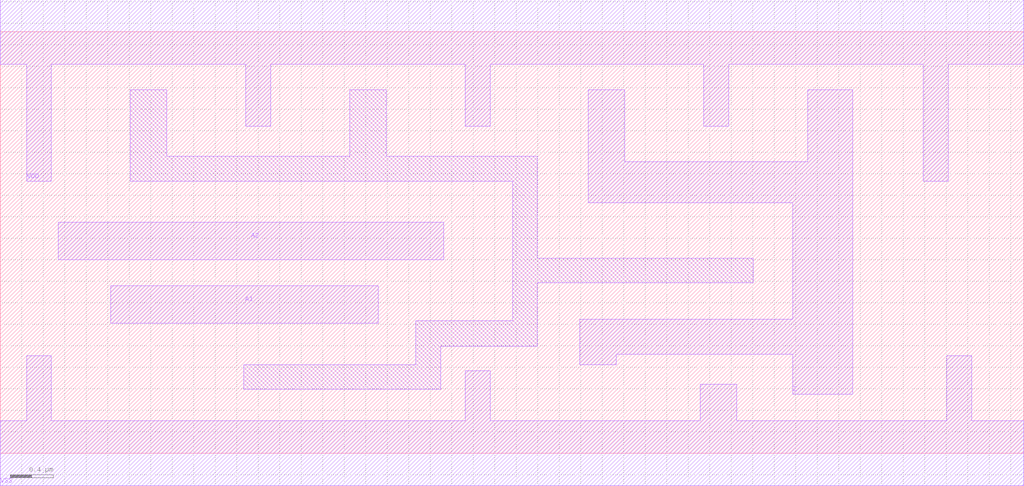
<source format=lef>
# Copyright 2022 GlobalFoundries PDK Authors
#
# Licensed under the Apache License, Version 2.0 (the "License");
# you may not use this file except in compliance with the License.
# You may obtain a copy of the License at
#
#      http://www.apache.org/licenses/LICENSE-2.0
#
# Unless required by applicable law or agreed to in writing, software
# distributed under the License is distributed on an "AS IS" BASIS,
# WITHOUT WARRANTIES OR CONDITIONS OF ANY KIND, either express or implied.
# See the License for the specific language governing permissions and
# limitations under the License.

MACRO gf180mcu_fd_sc_mcu7t5v0__and2_4
  CLASS core ;
  FOREIGN gf180mcu_fd_sc_mcu7t5v0__and2_4 0.0 0.0 ;
  ORIGIN 0 0 ;
  SYMMETRY X Y ;
  SITE GF018hv5v_mcu_sc7 ;
  SIZE 9.52 BY 3.92 ;
  PIN A1
    DIRECTION INPUT ;
    ANTENNAGATEAREA 2.055 ;
    PORT
      LAYER METAL1 ;
        POLYGON 1.03 1.21 3.515 1.21 3.515 1.56 1.03 1.56  ;
    END
  END A1
  PIN A2
    DIRECTION INPUT ;
    ANTENNAGATEAREA 2.055 ;
    PORT
      LAYER METAL1 ;
        POLYGON 0.54 1.8 4.125 1.8 4.125 2.15 0.54 2.15  ;
    END
  END A2
  PIN Z
    DIRECTION OUTPUT ;
    ANTENNADIFFAREA 2.0696 ;
    PORT
      LAYER METAL1 ;
        POLYGON 5.47 2.33 7.005 2.33 7.37 2.33 7.37 1.245 5.39 1.245 5.39 0.825 5.73 0.825 5.73 0.92 7.37 0.92 7.37 0.55 7.93 0.55 7.93 3.38 7.51 3.38 7.51 2.71 7.005 2.71 5.81 2.71 5.81 3.38 5.47 3.38  ;
    END
  END Z
  PIN VDD
    DIRECTION INOUT ;
    USE power ;
    SHAPE ABUTMENT ;
    PORT
      LAYER METAL1 ;
        POLYGON 0 3.62 0.245 3.62 0.245 2.53 0.475 2.53 0.475 3.62 2.285 3.62 2.285 3.04 2.515 3.04 2.515 3.62 4.325 3.62 4.325 3.04 4.555 3.04 4.555 3.62 6.545 3.62 6.545 3.04 6.775 3.04 6.775 3.62 7.005 3.62 8.585 3.62 8.585 2.53 8.815 2.53 8.815 3.62 9.52 3.62 9.52 4.22 7.005 4.22 0 4.22  ;
    END
  END VDD
  PIN VSS
    DIRECTION INOUT ;
    USE ground ;
    SHAPE ABUTMENT ;
    PORT
      LAYER METAL1 ;
        POLYGON 0 -0.3 9.52 -0.3 9.52 0.3 9.035 0.3 9.035 0.905 8.805 0.905 8.805 0.3 6.85 0.3 6.85 0.64 6.51 0.64 6.51 0.3 4.555 0.3 4.555 0.765 4.325 0.765 4.325 0.3 0.475 0.3 0.475 0.905 0.245 0.905 0.245 0.3 0 0.3  ;
    END
  END VSS
  OBS
      LAYER METAL1 ;
        POLYGON 1.21 2.53 4.765 2.53 4.765 1.23 3.865 1.23 3.865 0.825 2.265 0.825 2.265 0.595 4.095 0.595 4.095 0.995 4.995 0.995 4.995 1.585 7.005 1.585 7.005 1.815 4.995 1.815 4.995 2.76 3.59 2.76 3.59 3.38 3.25 3.38 3.25 2.76 1.55 2.76 1.55 3.38 1.21 3.38  ;
  END
END gf180mcu_fd_sc_mcu7t5v0__and2_4

</source>
